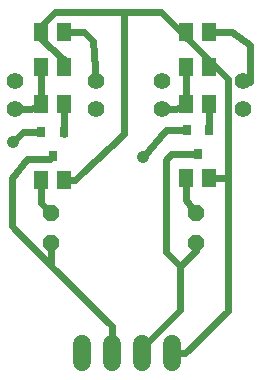
<source format=gbr>
G04 EAGLE Gerber X2 export*
%TF.Part,Single*%
%TF.FileFunction,Copper,L1,Top,Mixed*%
%TF.FilePolarity,Positive*%
%TF.GenerationSoftware,Autodesk,EAGLE,8.6.3*%
%TF.CreationDate,2019-07-23T17:02:53Z*%
G75*
%MOMM*%
%FSLAX34Y34*%
%LPD*%
%AMOC8*
5,1,8,0,0,1.08239X$1,22.5*%
G01*
%ADD10P,1.429621X8X292.500000*%
%ADD11R,1.300000X1.500000*%
%ADD12R,0.787400X0.889000*%
%ADD13C,1.422400*%
%ADD14C,1.524000*%
%ADD15C,0.609600*%
%ADD16C,0.200000*%
%ADD17C,0.254000*%
%ADD18C,1.056400*%


D10*
X185140Y194700D03*
X185140Y169300D03*
X62760Y194700D03*
X62760Y169300D03*
D11*
X177000Y347600D03*
X196000Y347600D03*
X177000Y318200D03*
X196000Y318200D03*
X177000Y286800D03*
X196000Y286800D03*
X177000Y224600D03*
X196000Y224600D03*
X54000Y347600D03*
X73000Y347600D03*
X54000Y318200D03*
X73000Y318200D03*
X54000Y286800D03*
X73000Y286800D03*
X54000Y222600D03*
X73000Y222600D03*
D12*
X196406Y264860D03*
X177102Y264860D03*
X186754Y244540D03*
X73406Y262860D03*
X54102Y262860D03*
X63754Y242540D03*
D13*
X225000Y283140D03*
X225000Y306140D03*
X156000Y283140D03*
X156000Y306140D03*
X100540Y283140D03*
X100540Y306140D03*
X31540Y283140D03*
X31540Y306140D03*
D14*
X139700Y83820D02*
X139700Y68580D01*
X114300Y68580D02*
X114300Y83820D01*
X88900Y83820D02*
X88900Y68580D01*
X165100Y68580D02*
X165100Y83820D01*
D15*
X230600Y336900D02*
X215900Y347600D01*
X196000Y347600D01*
X230600Y336900D02*
X230600Y305200D01*
X225000Y306140D01*
X212000Y308000D02*
X212000Y224700D01*
X212000Y112000D01*
X54000Y352840D02*
X66000Y364840D01*
X54000Y352840D02*
X54000Y347600D01*
D16*
X73000Y319000D02*
X73000Y318200D01*
X177000Y347600D02*
X181000Y342000D01*
D15*
X72000Y326000D02*
X54000Y342000D01*
X54000Y347600D01*
D16*
X181000Y342000D02*
X182000Y342000D01*
D15*
X124000Y364840D02*
X66000Y364840D01*
X124000Y364840D02*
X124000Y261600D01*
X124000Y364840D02*
X155160Y364840D01*
X73000Y325000D02*
X73000Y318200D01*
D17*
X73000Y325000D02*
X72000Y326000D01*
D15*
X212000Y112000D02*
X176200Y76200D01*
X165100Y76200D01*
X196000Y224600D02*
X196600Y224700D01*
X212000Y224700D01*
X196200Y318000D02*
X196000Y318200D01*
X82900Y222600D02*
X73000Y222600D01*
X82900Y222600D02*
X88900Y228600D01*
X124000Y261600D01*
X177000Y343000D02*
X177000Y347600D01*
X198800Y321000D02*
X199000Y321000D01*
X201800Y318200D02*
X212000Y308000D01*
X201800Y318200D02*
X172400Y347600D01*
X155160Y364840D01*
X196000Y318200D02*
X201800Y318200D01*
X177000Y347600D02*
X172400Y347600D01*
D18*
X30540Y254540D03*
D15*
X38352Y263114D01*
X54102Y262860D01*
D18*
X140000Y242000D03*
D15*
X160130Y264860D01*
X177102Y264860D01*
X177000Y286800D02*
X177000Y318200D01*
X177000Y286800D02*
X168260Y283140D01*
X156000Y283140D01*
X196000Y286800D02*
X196406Y286394D01*
X196406Y264860D01*
X177000Y224600D02*
X177000Y205440D01*
X185140Y194700D01*
X186754Y244540D02*
X164190Y244540D01*
X160000Y239620D02*
X160000Y161640D01*
X160000Y239620D02*
X164190Y244540D01*
X160000Y161640D02*
X172000Y149640D01*
X172000Y112500D01*
X139700Y80200D01*
X139700Y76200D01*
X172000Y149640D02*
X185140Y162780D01*
X185140Y169300D01*
X90400Y347600D02*
X73000Y347600D01*
X90400Y347600D02*
X98000Y340000D01*
X100540Y306140D01*
X54000Y318200D02*
X54000Y286800D01*
X45800Y283140D01*
X31540Y283140D01*
X73000Y286800D02*
X73000Y261266D01*
D16*
X73406Y262860D01*
D15*
X113792Y97700D02*
X114300Y76200D01*
X61214Y240000D02*
X63754Y242540D01*
X61214Y240000D02*
X42000Y240000D01*
X29080Y224064D01*
X29080Y183524D01*
X62760Y149844D01*
X113792Y98812D01*
X113792Y97700D01*
X62760Y149844D02*
X62760Y169300D01*
X62760Y194700D02*
X54000Y203280D01*
X54000Y222600D01*
M02*

</source>
